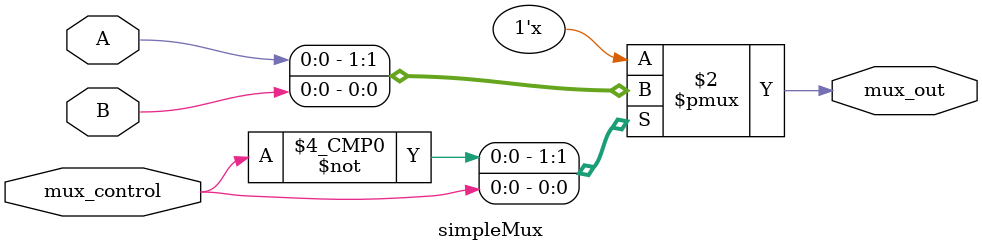
<source format=v>
module simpleMux(A, B, mux_control, mux_out); 
input A;  /* Input Signals and Mux Control */
input B;
input mux_control;
output mux_out; 
reg mux_out; 

always @(A or B or mux_control)

	case( mux_control )
		0: mux_out = A;
		1: mux_out = B;
		default: mux_out = A;
	endcase

endmodule
	

</source>
